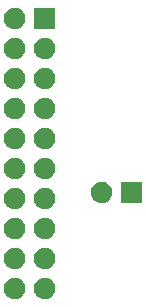
<source format=gbr>
G04 #@! TF.GenerationSoftware,KiCad,Pcbnew,5.1.5-1.fc31*
G04 #@! TF.CreationDate,2020-02-22T14:05:57+00:00*
G04 #@! TF.ProjectId,programmer-adapter,70726f67-7261-46d6-9d65-722d61646170,1.0.1*
G04 #@! TF.SameCoordinates,Original*
G04 #@! TF.FileFunction,Soldermask,Bot*
G04 #@! TF.FilePolarity,Negative*
%FSLAX46Y46*%
G04 Gerber Fmt 4.6, Leading zero omitted, Abs format (unit mm)*
G04 Created by KiCad (PCBNEW 5.1.5-1.fc31) date 2020-02-22 14:05:57*
%MOMM*%
%LPD*%
G04 APERTURE LIST*
%ADD10C,0.100000*%
G04 APERTURE END LIST*
D10*
G36*
X142093512Y-108733927D02*
G01*
X142242812Y-108763624D01*
X142406784Y-108831544D01*
X142554354Y-108930147D01*
X142679853Y-109055646D01*
X142778456Y-109203216D01*
X142846376Y-109367188D01*
X142881000Y-109541259D01*
X142881000Y-109718741D01*
X142846376Y-109892812D01*
X142778456Y-110056784D01*
X142679853Y-110204354D01*
X142554354Y-110329853D01*
X142406784Y-110428456D01*
X142242812Y-110496376D01*
X142093512Y-110526073D01*
X142068742Y-110531000D01*
X141891258Y-110531000D01*
X141866488Y-110526073D01*
X141717188Y-110496376D01*
X141553216Y-110428456D01*
X141405646Y-110329853D01*
X141280147Y-110204354D01*
X141181544Y-110056784D01*
X141113624Y-109892812D01*
X141079000Y-109718741D01*
X141079000Y-109541259D01*
X141113624Y-109367188D01*
X141181544Y-109203216D01*
X141280147Y-109055646D01*
X141405646Y-108930147D01*
X141553216Y-108831544D01*
X141717188Y-108763624D01*
X141866488Y-108733927D01*
X141891258Y-108729000D01*
X142068742Y-108729000D01*
X142093512Y-108733927D01*
G37*
G36*
X139553512Y-108733927D02*
G01*
X139702812Y-108763624D01*
X139866784Y-108831544D01*
X140014354Y-108930147D01*
X140139853Y-109055646D01*
X140238456Y-109203216D01*
X140306376Y-109367188D01*
X140341000Y-109541259D01*
X140341000Y-109718741D01*
X140306376Y-109892812D01*
X140238456Y-110056784D01*
X140139853Y-110204354D01*
X140014354Y-110329853D01*
X139866784Y-110428456D01*
X139702812Y-110496376D01*
X139553512Y-110526073D01*
X139528742Y-110531000D01*
X139351258Y-110531000D01*
X139326488Y-110526073D01*
X139177188Y-110496376D01*
X139013216Y-110428456D01*
X138865646Y-110329853D01*
X138740147Y-110204354D01*
X138641544Y-110056784D01*
X138573624Y-109892812D01*
X138539000Y-109718741D01*
X138539000Y-109541259D01*
X138573624Y-109367188D01*
X138641544Y-109203216D01*
X138740147Y-109055646D01*
X138865646Y-108930147D01*
X139013216Y-108831544D01*
X139177188Y-108763624D01*
X139326488Y-108733927D01*
X139351258Y-108729000D01*
X139528742Y-108729000D01*
X139553512Y-108733927D01*
G37*
G36*
X139553512Y-106193927D02*
G01*
X139702812Y-106223624D01*
X139866784Y-106291544D01*
X140014354Y-106390147D01*
X140139853Y-106515646D01*
X140238456Y-106663216D01*
X140306376Y-106827188D01*
X140341000Y-107001259D01*
X140341000Y-107178741D01*
X140306376Y-107352812D01*
X140238456Y-107516784D01*
X140139853Y-107664354D01*
X140014354Y-107789853D01*
X139866784Y-107888456D01*
X139702812Y-107956376D01*
X139553512Y-107986073D01*
X139528742Y-107991000D01*
X139351258Y-107991000D01*
X139326488Y-107986073D01*
X139177188Y-107956376D01*
X139013216Y-107888456D01*
X138865646Y-107789853D01*
X138740147Y-107664354D01*
X138641544Y-107516784D01*
X138573624Y-107352812D01*
X138539000Y-107178741D01*
X138539000Y-107001259D01*
X138573624Y-106827188D01*
X138641544Y-106663216D01*
X138740147Y-106515646D01*
X138865646Y-106390147D01*
X139013216Y-106291544D01*
X139177188Y-106223624D01*
X139326488Y-106193927D01*
X139351258Y-106189000D01*
X139528742Y-106189000D01*
X139553512Y-106193927D01*
G37*
G36*
X142093512Y-106193927D02*
G01*
X142242812Y-106223624D01*
X142406784Y-106291544D01*
X142554354Y-106390147D01*
X142679853Y-106515646D01*
X142778456Y-106663216D01*
X142846376Y-106827188D01*
X142881000Y-107001259D01*
X142881000Y-107178741D01*
X142846376Y-107352812D01*
X142778456Y-107516784D01*
X142679853Y-107664354D01*
X142554354Y-107789853D01*
X142406784Y-107888456D01*
X142242812Y-107956376D01*
X142093512Y-107986073D01*
X142068742Y-107991000D01*
X141891258Y-107991000D01*
X141866488Y-107986073D01*
X141717188Y-107956376D01*
X141553216Y-107888456D01*
X141405646Y-107789853D01*
X141280147Y-107664354D01*
X141181544Y-107516784D01*
X141113624Y-107352812D01*
X141079000Y-107178741D01*
X141079000Y-107001259D01*
X141113624Y-106827188D01*
X141181544Y-106663216D01*
X141280147Y-106515646D01*
X141405646Y-106390147D01*
X141553216Y-106291544D01*
X141717188Y-106223624D01*
X141866488Y-106193927D01*
X141891258Y-106189000D01*
X142068742Y-106189000D01*
X142093512Y-106193927D01*
G37*
G36*
X142093512Y-103653927D02*
G01*
X142242812Y-103683624D01*
X142406784Y-103751544D01*
X142554354Y-103850147D01*
X142679853Y-103975646D01*
X142778456Y-104123216D01*
X142846376Y-104287188D01*
X142881000Y-104461259D01*
X142881000Y-104638741D01*
X142846376Y-104812812D01*
X142778456Y-104976784D01*
X142679853Y-105124354D01*
X142554354Y-105249853D01*
X142406784Y-105348456D01*
X142242812Y-105416376D01*
X142093512Y-105446073D01*
X142068742Y-105451000D01*
X141891258Y-105451000D01*
X141866488Y-105446073D01*
X141717188Y-105416376D01*
X141553216Y-105348456D01*
X141405646Y-105249853D01*
X141280147Y-105124354D01*
X141181544Y-104976784D01*
X141113624Y-104812812D01*
X141079000Y-104638741D01*
X141079000Y-104461259D01*
X141113624Y-104287188D01*
X141181544Y-104123216D01*
X141280147Y-103975646D01*
X141405646Y-103850147D01*
X141553216Y-103751544D01*
X141717188Y-103683624D01*
X141866488Y-103653927D01*
X141891258Y-103649000D01*
X142068742Y-103649000D01*
X142093512Y-103653927D01*
G37*
G36*
X139553512Y-103653927D02*
G01*
X139702812Y-103683624D01*
X139866784Y-103751544D01*
X140014354Y-103850147D01*
X140139853Y-103975646D01*
X140238456Y-104123216D01*
X140306376Y-104287188D01*
X140341000Y-104461259D01*
X140341000Y-104638741D01*
X140306376Y-104812812D01*
X140238456Y-104976784D01*
X140139853Y-105124354D01*
X140014354Y-105249853D01*
X139866784Y-105348456D01*
X139702812Y-105416376D01*
X139553512Y-105446073D01*
X139528742Y-105451000D01*
X139351258Y-105451000D01*
X139326488Y-105446073D01*
X139177188Y-105416376D01*
X139013216Y-105348456D01*
X138865646Y-105249853D01*
X138740147Y-105124354D01*
X138641544Y-104976784D01*
X138573624Y-104812812D01*
X138539000Y-104638741D01*
X138539000Y-104461259D01*
X138573624Y-104287188D01*
X138641544Y-104123216D01*
X138740147Y-103975646D01*
X138865646Y-103850147D01*
X139013216Y-103751544D01*
X139177188Y-103683624D01*
X139326488Y-103653927D01*
X139351258Y-103649000D01*
X139528742Y-103649000D01*
X139553512Y-103653927D01*
G37*
G36*
X142093512Y-101113927D02*
G01*
X142242812Y-101143624D01*
X142406784Y-101211544D01*
X142554354Y-101310147D01*
X142679853Y-101435646D01*
X142778456Y-101583216D01*
X142846376Y-101747188D01*
X142876073Y-101896488D01*
X142880110Y-101916782D01*
X142881000Y-101921259D01*
X142881000Y-102098741D01*
X142846376Y-102272812D01*
X142778456Y-102436784D01*
X142679853Y-102584354D01*
X142554354Y-102709853D01*
X142406784Y-102808456D01*
X142242812Y-102876376D01*
X142093512Y-102906073D01*
X142068742Y-102911000D01*
X141891258Y-102911000D01*
X141866488Y-102906073D01*
X141717188Y-102876376D01*
X141553216Y-102808456D01*
X141405646Y-102709853D01*
X141280147Y-102584354D01*
X141181544Y-102436784D01*
X141113624Y-102272812D01*
X141079000Y-102098741D01*
X141079000Y-101921259D01*
X141079891Y-101916782D01*
X141083927Y-101896488D01*
X141113624Y-101747188D01*
X141181544Y-101583216D01*
X141280147Y-101435646D01*
X141405646Y-101310147D01*
X141553216Y-101211544D01*
X141717188Y-101143624D01*
X141866488Y-101113927D01*
X141891258Y-101109000D01*
X142068742Y-101109000D01*
X142093512Y-101113927D01*
G37*
G36*
X139553512Y-101113927D02*
G01*
X139702812Y-101143624D01*
X139866784Y-101211544D01*
X140014354Y-101310147D01*
X140139853Y-101435646D01*
X140238456Y-101583216D01*
X140306376Y-101747188D01*
X140336073Y-101896488D01*
X140340110Y-101916782D01*
X140341000Y-101921259D01*
X140341000Y-102098741D01*
X140306376Y-102272812D01*
X140238456Y-102436784D01*
X140139853Y-102584354D01*
X140014354Y-102709853D01*
X139866784Y-102808456D01*
X139702812Y-102876376D01*
X139553512Y-102906073D01*
X139528742Y-102911000D01*
X139351258Y-102911000D01*
X139326488Y-102906073D01*
X139177188Y-102876376D01*
X139013216Y-102808456D01*
X138865646Y-102709853D01*
X138740147Y-102584354D01*
X138641544Y-102436784D01*
X138573624Y-102272812D01*
X138539000Y-102098741D01*
X138539000Y-101921259D01*
X138539891Y-101916782D01*
X138543927Y-101896488D01*
X138573624Y-101747188D01*
X138641544Y-101583216D01*
X138740147Y-101435646D01*
X138865646Y-101310147D01*
X139013216Y-101211544D01*
X139177188Y-101143624D01*
X139326488Y-101113927D01*
X139351258Y-101109000D01*
X139528742Y-101109000D01*
X139553512Y-101113927D01*
G37*
G36*
X150241000Y-102391000D02*
G01*
X148439000Y-102391000D01*
X148439000Y-100589000D01*
X150241000Y-100589000D01*
X150241000Y-102391000D01*
G37*
G36*
X146913512Y-100593927D02*
G01*
X147062812Y-100623624D01*
X147226784Y-100691544D01*
X147374354Y-100790147D01*
X147499853Y-100915646D01*
X147598456Y-101063216D01*
X147666376Y-101227188D01*
X147682877Y-101310147D01*
X147701000Y-101401258D01*
X147701000Y-101578742D01*
X147696073Y-101603512D01*
X147666376Y-101752812D01*
X147598456Y-101916784D01*
X147499853Y-102064354D01*
X147374354Y-102189853D01*
X147226784Y-102288456D01*
X147062812Y-102356376D01*
X146913512Y-102386073D01*
X146888742Y-102391000D01*
X146711258Y-102391000D01*
X146686488Y-102386073D01*
X146537188Y-102356376D01*
X146373216Y-102288456D01*
X146225646Y-102189853D01*
X146100147Y-102064354D01*
X146001544Y-101916784D01*
X145933624Y-101752812D01*
X145903927Y-101603512D01*
X145899000Y-101578742D01*
X145899000Y-101401258D01*
X145917123Y-101310147D01*
X145933624Y-101227188D01*
X146001544Y-101063216D01*
X146100147Y-100915646D01*
X146225646Y-100790147D01*
X146373216Y-100691544D01*
X146537188Y-100623624D01*
X146686488Y-100593927D01*
X146711258Y-100589000D01*
X146888742Y-100589000D01*
X146913512Y-100593927D01*
G37*
G36*
X142093512Y-98573927D02*
G01*
X142242812Y-98603624D01*
X142406784Y-98671544D01*
X142554354Y-98770147D01*
X142679853Y-98895646D01*
X142778456Y-99043216D01*
X142846376Y-99207188D01*
X142881000Y-99381259D01*
X142881000Y-99558741D01*
X142846376Y-99732812D01*
X142778456Y-99896784D01*
X142679853Y-100044354D01*
X142554354Y-100169853D01*
X142406784Y-100268456D01*
X142242812Y-100336376D01*
X142093512Y-100366073D01*
X142068742Y-100371000D01*
X141891258Y-100371000D01*
X141866488Y-100366073D01*
X141717188Y-100336376D01*
X141553216Y-100268456D01*
X141405646Y-100169853D01*
X141280147Y-100044354D01*
X141181544Y-99896784D01*
X141113624Y-99732812D01*
X141079000Y-99558741D01*
X141079000Y-99381259D01*
X141113624Y-99207188D01*
X141181544Y-99043216D01*
X141280147Y-98895646D01*
X141405646Y-98770147D01*
X141553216Y-98671544D01*
X141717188Y-98603624D01*
X141866488Y-98573927D01*
X141891258Y-98569000D01*
X142068742Y-98569000D01*
X142093512Y-98573927D01*
G37*
G36*
X139553512Y-98573927D02*
G01*
X139702812Y-98603624D01*
X139866784Y-98671544D01*
X140014354Y-98770147D01*
X140139853Y-98895646D01*
X140238456Y-99043216D01*
X140306376Y-99207188D01*
X140341000Y-99381259D01*
X140341000Y-99558741D01*
X140306376Y-99732812D01*
X140238456Y-99896784D01*
X140139853Y-100044354D01*
X140014354Y-100169853D01*
X139866784Y-100268456D01*
X139702812Y-100336376D01*
X139553512Y-100366073D01*
X139528742Y-100371000D01*
X139351258Y-100371000D01*
X139326488Y-100366073D01*
X139177188Y-100336376D01*
X139013216Y-100268456D01*
X138865646Y-100169853D01*
X138740147Y-100044354D01*
X138641544Y-99896784D01*
X138573624Y-99732812D01*
X138539000Y-99558741D01*
X138539000Y-99381259D01*
X138573624Y-99207188D01*
X138641544Y-99043216D01*
X138740147Y-98895646D01*
X138865646Y-98770147D01*
X139013216Y-98671544D01*
X139177188Y-98603624D01*
X139326488Y-98573927D01*
X139351258Y-98569000D01*
X139528742Y-98569000D01*
X139553512Y-98573927D01*
G37*
G36*
X139553512Y-96033927D02*
G01*
X139702812Y-96063624D01*
X139866784Y-96131544D01*
X140014354Y-96230147D01*
X140139853Y-96355646D01*
X140238456Y-96503216D01*
X140306376Y-96667188D01*
X140341000Y-96841259D01*
X140341000Y-97018741D01*
X140306376Y-97192812D01*
X140238456Y-97356784D01*
X140139853Y-97504354D01*
X140014354Y-97629853D01*
X139866784Y-97728456D01*
X139702812Y-97796376D01*
X139553512Y-97826073D01*
X139528742Y-97831000D01*
X139351258Y-97831000D01*
X139326488Y-97826073D01*
X139177188Y-97796376D01*
X139013216Y-97728456D01*
X138865646Y-97629853D01*
X138740147Y-97504354D01*
X138641544Y-97356784D01*
X138573624Y-97192812D01*
X138539000Y-97018741D01*
X138539000Y-96841259D01*
X138573624Y-96667188D01*
X138641544Y-96503216D01*
X138740147Y-96355646D01*
X138865646Y-96230147D01*
X139013216Y-96131544D01*
X139177188Y-96063624D01*
X139326488Y-96033927D01*
X139351258Y-96029000D01*
X139528742Y-96029000D01*
X139553512Y-96033927D01*
G37*
G36*
X142093512Y-96033927D02*
G01*
X142242812Y-96063624D01*
X142406784Y-96131544D01*
X142554354Y-96230147D01*
X142679853Y-96355646D01*
X142778456Y-96503216D01*
X142846376Y-96667188D01*
X142881000Y-96841259D01*
X142881000Y-97018741D01*
X142846376Y-97192812D01*
X142778456Y-97356784D01*
X142679853Y-97504354D01*
X142554354Y-97629853D01*
X142406784Y-97728456D01*
X142242812Y-97796376D01*
X142093512Y-97826073D01*
X142068742Y-97831000D01*
X141891258Y-97831000D01*
X141866488Y-97826073D01*
X141717188Y-97796376D01*
X141553216Y-97728456D01*
X141405646Y-97629853D01*
X141280147Y-97504354D01*
X141181544Y-97356784D01*
X141113624Y-97192812D01*
X141079000Y-97018741D01*
X141079000Y-96841259D01*
X141113624Y-96667188D01*
X141181544Y-96503216D01*
X141280147Y-96355646D01*
X141405646Y-96230147D01*
X141553216Y-96131544D01*
X141717188Y-96063624D01*
X141866488Y-96033927D01*
X141891258Y-96029000D01*
X142068742Y-96029000D01*
X142093512Y-96033927D01*
G37*
G36*
X142093512Y-93493927D02*
G01*
X142242812Y-93523624D01*
X142406784Y-93591544D01*
X142554354Y-93690147D01*
X142679853Y-93815646D01*
X142778456Y-93963216D01*
X142846376Y-94127188D01*
X142881000Y-94301259D01*
X142881000Y-94478741D01*
X142846376Y-94652812D01*
X142778456Y-94816784D01*
X142679853Y-94964354D01*
X142554354Y-95089853D01*
X142406784Y-95188456D01*
X142242812Y-95256376D01*
X142093512Y-95286073D01*
X142068742Y-95291000D01*
X141891258Y-95291000D01*
X141866488Y-95286073D01*
X141717188Y-95256376D01*
X141553216Y-95188456D01*
X141405646Y-95089853D01*
X141280147Y-94964354D01*
X141181544Y-94816784D01*
X141113624Y-94652812D01*
X141079000Y-94478741D01*
X141079000Y-94301259D01*
X141113624Y-94127188D01*
X141181544Y-93963216D01*
X141280147Y-93815646D01*
X141405646Y-93690147D01*
X141553216Y-93591544D01*
X141717188Y-93523624D01*
X141866488Y-93493927D01*
X141891258Y-93489000D01*
X142068742Y-93489000D01*
X142093512Y-93493927D01*
G37*
G36*
X139553512Y-93493927D02*
G01*
X139702812Y-93523624D01*
X139866784Y-93591544D01*
X140014354Y-93690147D01*
X140139853Y-93815646D01*
X140238456Y-93963216D01*
X140306376Y-94127188D01*
X140341000Y-94301259D01*
X140341000Y-94478741D01*
X140306376Y-94652812D01*
X140238456Y-94816784D01*
X140139853Y-94964354D01*
X140014354Y-95089853D01*
X139866784Y-95188456D01*
X139702812Y-95256376D01*
X139553512Y-95286073D01*
X139528742Y-95291000D01*
X139351258Y-95291000D01*
X139326488Y-95286073D01*
X139177188Y-95256376D01*
X139013216Y-95188456D01*
X138865646Y-95089853D01*
X138740147Y-94964354D01*
X138641544Y-94816784D01*
X138573624Y-94652812D01*
X138539000Y-94478741D01*
X138539000Y-94301259D01*
X138573624Y-94127188D01*
X138641544Y-93963216D01*
X138740147Y-93815646D01*
X138865646Y-93690147D01*
X139013216Y-93591544D01*
X139177188Y-93523624D01*
X139326488Y-93493927D01*
X139351258Y-93489000D01*
X139528742Y-93489000D01*
X139553512Y-93493927D01*
G37*
G36*
X142093512Y-90953927D02*
G01*
X142242812Y-90983624D01*
X142406784Y-91051544D01*
X142554354Y-91150147D01*
X142679853Y-91275646D01*
X142778456Y-91423216D01*
X142846376Y-91587188D01*
X142881000Y-91761259D01*
X142881000Y-91938741D01*
X142846376Y-92112812D01*
X142778456Y-92276784D01*
X142679853Y-92424354D01*
X142554354Y-92549853D01*
X142406784Y-92648456D01*
X142242812Y-92716376D01*
X142093512Y-92746073D01*
X142068742Y-92751000D01*
X141891258Y-92751000D01*
X141866488Y-92746073D01*
X141717188Y-92716376D01*
X141553216Y-92648456D01*
X141405646Y-92549853D01*
X141280147Y-92424354D01*
X141181544Y-92276784D01*
X141113624Y-92112812D01*
X141079000Y-91938741D01*
X141079000Y-91761259D01*
X141113624Y-91587188D01*
X141181544Y-91423216D01*
X141280147Y-91275646D01*
X141405646Y-91150147D01*
X141553216Y-91051544D01*
X141717188Y-90983624D01*
X141866488Y-90953927D01*
X141891258Y-90949000D01*
X142068742Y-90949000D01*
X142093512Y-90953927D01*
G37*
G36*
X139553512Y-90953927D02*
G01*
X139702812Y-90983624D01*
X139866784Y-91051544D01*
X140014354Y-91150147D01*
X140139853Y-91275646D01*
X140238456Y-91423216D01*
X140306376Y-91587188D01*
X140341000Y-91761259D01*
X140341000Y-91938741D01*
X140306376Y-92112812D01*
X140238456Y-92276784D01*
X140139853Y-92424354D01*
X140014354Y-92549853D01*
X139866784Y-92648456D01*
X139702812Y-92716376D01*
X139553512Y-92746073D01*
X139528742Y-92751000D01*
X139351258Y-92751000D01*
X139326488Y-92746073D01*
X139177188Y-92716376D01*
X139013216Y-92648456D01*
X138865646Y-92549853D01*
X138740147Y-92424354D01*
X138641544Y-92276784D01*
X138573624Y-92112812D01*
X138539000Y-91938741D01*
X138539000Y-91761259D01*
X138573624Y-91587188D01*
X138641544Y-91423216D01*
X138740147Y-91275646D01*
X138865646Y-91150147D01*
X139013216Y-91051544D01*
X139177188Y-90983624D01*
X139326488Y-90953927D01*
X139351258Y-90949000D01*
X139528742Y-90949000D01*
X139553512Y-90953927D01*
G37*
G36*
X142093512Y-88413927D02*
G01*
X142242812Y-88443624D01*
X142406784Y-88511544D01*
X142554354Y-88610147D01*
X142679853Y-88735646D01*
X142778456Y-88883216D01*
X142846376Y-89047188D01*
X142881000Y-89221259D01*
X142881000Y-89398741D01*
X142846376Y-89572812D01*
X142778456Y-89736784D01*
X142679853Y-89884354D01*
X142554354Y-90009853D01*
X142406784Y-90108456D01*
X142242812Y-90176376D01*
X142093512Y-90206073D01*
X142068742Y-90211000D01*
X141891258Y-90211000D01*
X141866488Y-90206073D01*
X141717188Y-90176376D01*
X141553216Y-90108456D01*
X141405646Y-90009853D01*
X141280147Y-89884354D01*
X141181544Y-89736784D01*
X141113624Y-89572812D01*
X141079000Y-89398741D01*
X141079000Y-89221259D01*
X141113624Y-89047188D01*
X141181544Y-88883216D01*
X141280147Y-88735646D01*
X141405646Y-88610147D01*
X141553216Y-88511544D01*
X141717188Y-88443624D01*
X141866488Y-88413927D01*
X141891258Y-88409000D01*
X142068742Y-88409000D01*
X142093512Y-88413927D01*
G37*
G36*
X139553512Y-88413927D02*
G01*
X139702812Y-88443624D01*
X139866784Y-88511544D01*
X140014354Y-88610147D01*
X140139853Y-88735646D01*
X140238456Y-88883216D01*
X140306376Y-89047188D01*
X140341000Y-89221259D01*
X140341000Y-89398741D01*
X140306376Y-89572812D01*
X140238456Y-89736784D01*
X140139853Y-89884354D01*
X140014354Y-90009853D01*
X139866784Y-90108456D01*
X139702812Y-90176376D01*
X139553512Y-90206073D01*
X139528742Y-90211000D01*
X139351258Y-90211000D01*
X139326488Y-90206073D01*
X139177188Y-90176376D01*
X139013216Y-90108456D01*
X138865646Y-90009853D01*
X138740147Y-89884354D01*
X138641544Y-89736784D01*
X138573624Y-89572812D01*
X138539000Y-89398741D01*
X138539000Y-89221259D01*
X138573624Y-89047188D01*
X138641544Y-88883216D01*
X138740147Y-88735646D01*
X138865646Y-88610147D01*
X139013216Y-88511544D01*
X139177188Y-88443624D01*
X139326488Y-88413927D01*
X139351258Y-88409000D01*
X139528742Y-88409000D01*
X139553512Y-88413927D01*
G37*
G36*
X142881000Y-87671000D02*
G01*
X141079000Y-87671000D01*
X141079000Y-85869000D01*
X142881000Y-85869000D01*
X142881000Y-87671000D01*
G37*
G36*
X139553512Y-85873927D02*
G01*
X139702812Y-85903624D01*
X139866784Y-85971544D01*
X140014354Y-86070147D01*
X140139853Y-86195646D01*
X140238456Y-86343216D01*
X140306376Y-86507188D01*
X140341000Y-86681259D01*
X140341000Y-86858741D01*
X140306376Y-87032812D01*
X140238456Y-87196784D01*
X140139853Y-87344354D01*
X140014354Y-87469853D01*
X139866784Y-87568456D01*
X139702812Y-87636376D01*
X139553512Y-87666073D01*
X139528742Y-87671000D01*
X139351258Y-87671000D01*
X139326488Y-87666073D01*
X139177188Y-87636376D01*
X139013216Y-87568456D01*
X138865646Y-87469853D01*
X138740147Y-87344354D01*
X138641544Y-87196784D01*
X138573624Y-87032812D01*
X138539000Y-86858741D01*
X138539000Y-86681259D01*
X138573624Y-86507188D01*
X138641544Y-86343216D01*
X138740147Y-86195646D01*
X138865646Y-86070147D01*
X139013216Y-85971544D01*
X139177188Y-85903624D01*
X139326488Y-85873927D01*
X139351258Y-85869000D01*
X139528742Y-85869000D01*
X139553512Y-85873927D01*
G37*
M02*

</source>
